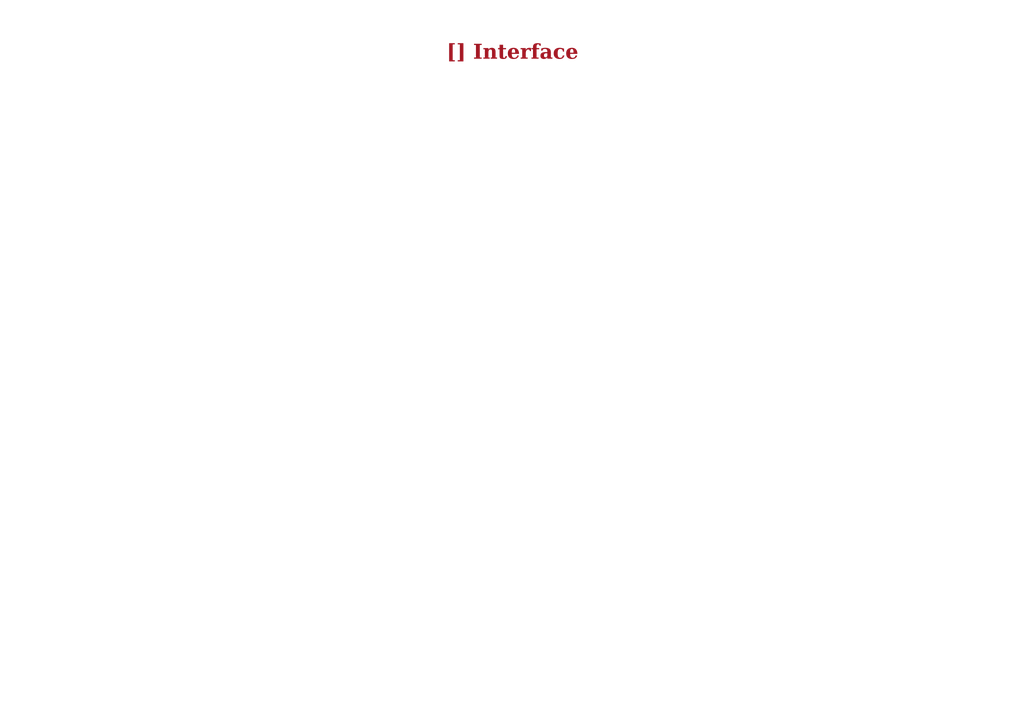
<source format=kicad_sch>
(kicad_sch
	(version 20250114)
	(generator "eeschema")
	(generator_version "9.0")
	(uuid "ea8c4f5e-7a49-4faf-a994-dbc85ed86b0a")
	(paper "A3")
	(title_block
		(title "Interface")
		(date "2025-08-28")
		(rev "${REVISION}")
		(company "${COMPANY}")
	)
	(lib_symbols)
	(text_box "[${#}] ${TITLE}"
		(exclude_from_sim no)
		(at 10.16 15.24 0)
		(size 400.05 12.7)
		(margins 5.9999 5.9999 5.9999 5.9999)
		(stroke
			(width -0.0001)
			(type solid)
		)
		(fill
			(type none)
		)
		(effects
			(font
				(face "Times New Roman")
				(size 6 6)
				(thickness 1.2)
				(bold yes)
				(color 162 22 34 1)
			)
		)
		(uuid "524c500e-48b2-4d74-9c30-5c34bf6c2558")
	)
)

</source>
